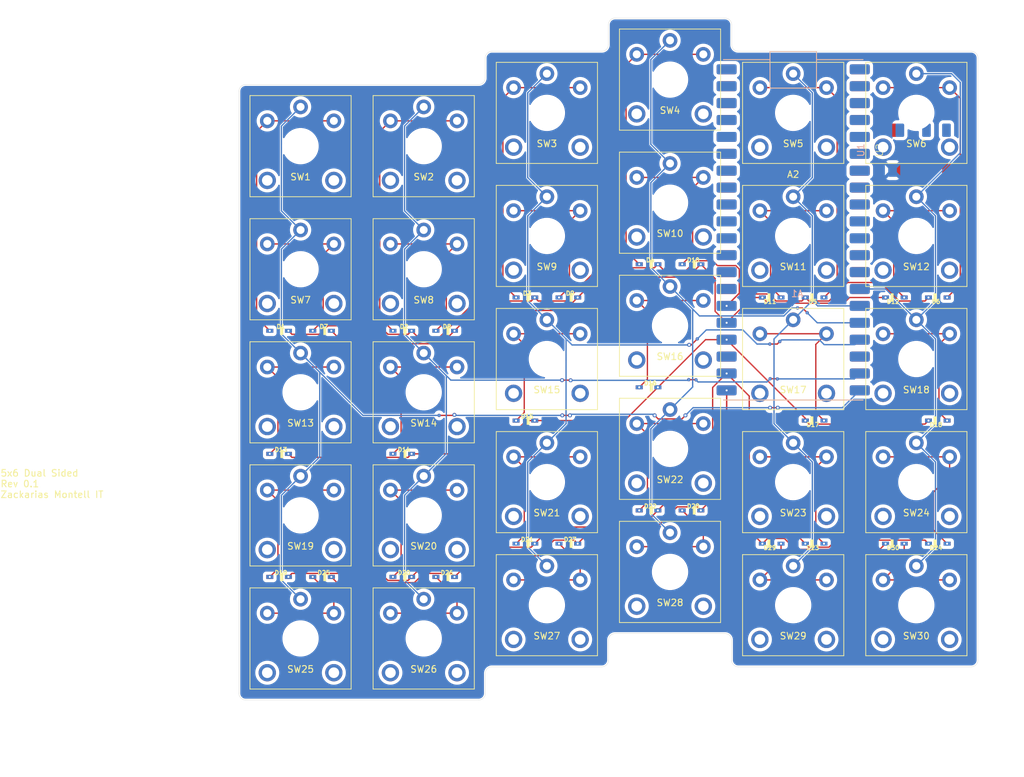
<source format=kicad_pcb>
(kicad_pcb
	(version 20241229)
	(generator "pcbnew")
	(generator_version "9.0")
	(general
		(thickness 1.6)
		(legacy_teardrops no)
	)
	(paper "A4")
	(layers
		(0 "F.Cu" signal)
		(2 "B.Cu" signal)
		(9 "F.Adhes" user "F.Adhesive")
		(11 "B.Adhes" user "B.Adhesive")
		(13 "F.Paste" user)
		(15 "B.Paste" user)
		(5 "F.SilkS" user "F.Silkscreen")
		(7 "B.SilkS" user "B.Silkscreen")
		(1 "F.Mask" user)
		(3 "B.Mask" user)
		(17 "Dwgs.User" user "User.Drawings")
		(19 "Cmts.User" user "User.Comments")
		(21 "Eco1.User" user "User.Eco1")
		(23 "Eco2.User" user "User.Eco2")
		(25 "Edge.Cuts" user)
		(27 "Margin" user)
		(31 "F.CrtYd" user "F.Courtyard")
		(29 "B.CrtYd" user "B.Courtyard")
		(35 "F.Fab" user)
		(33 "B.Fab" user)
		(39 "User.1" user)
		(41 "User.2" user)
		(43 "User.3" user)
		(45 "User.4" user)
	)
	(setup
		(pad_to_mask_clearance 0)
		(allow_soldermask_bridges_in_footprints no)
		(tenting front back)
		(grid_origin 87.5 129.35)
		(pcbplotparams
			(layerselection 0x00000000_00000000_55555555_5755f5ff)
			(plot_on_all_layers_selection 0x00000000_00000000_00000000_00000000)
			(disableapertmacros no)
			(usegerberextensions no)
			(usegerberattributes yes)
			(usegerberadvancedattributes yes)
			(creategerberjobfile yes)
			(dashed_line_dash_ratio 12.000000)
			(dashed_line_gap_ratio 3.000000)
			(svgprecision 4)
			(plotframeref no)
			(mode 1)
			(useauxorigin no)
			(hpglpennumber 1)
			(hpglpenspeed 20)
			(hpglpendiameter 15.000000)
			(pdf_front_fp_property_popups yes)
			(pdf_back_fp_property_popups yes)
			(pdf_metadata yes)
			(pdf_single_document no)
			(dxfpolygonmode yes)
			(dxfimperialunits yes)
			(dxfusepcbnewfont yes)
			(psnegative no)
			(psa4output no)
			(plot_black_and_white yes)
			(sketchpadsonfab no)
			(plotpadnumbers no)
			(hidednponfab no)
			(sketchdnponfab yes)
			(crossoutdnponfab yes)
			(subtractmaskfromsilk no)
			(outputformat 1)
			(mirror no)
			(drillshape 0)
			(scaleselection 1)
			(outputdirectory "gerbers/")
		)
	)
	(net 0 "")
	(net 1 "col3")
	(net 2 "unconnected-(A1-~{3V3_EN}-Pad37)")
	(net 3 "unconnected-(A1-ADC2{slash}GP28-Pad34)")
	(net 4 "row0")
	(net 5 "unconnected-(A1-ADC_VREF-Pad35)")
	(net 6 "unconnected-(A1-VSYS-Pad39)")
	(net 7 "unconnected-(A1-GP22-Pad29)")
	(net 8 "unconnected-(A1-GND-Pad8)")
	(net 9 "unconnected-(A1-GP5-Pad7)")
	(net 10 "row3")
	(net 11 "unconnected-(A1-GND-Pad18)")
	(net 12 "unconnected-(A1-GND-Pad13)")
	(net 13 "row2")
	(net 14 "col1")
	(net 15 "unconnected-(A1-ADC0{slash}GP26-Pad31)")
	(net 16 "row4")
	(net 17 "col5")
	(net 18 "unconnected-(A1-RUN-Pad30)")
	(net 19 "unconnected-(A1-GP9-Pad12)")
	(net 20 "unconnected-(A1-GND-Pad23)")
	(net 21 "unconnected-(A1-GND-Pad28)")
	(net 22 "unconnected-(A1-ADC1{slash}GP27-Pad32)")
	(net 23 "unconnected-(A1-GP8-Pad11)")
	(net 24 "unconnected-(A1-GND-Pad3)")
	(net 25 "col4")
	(net 26 "unconnected-(A1-GND-Pad33)")
	(net 27 "row1")
	(net 28 "col0")
	(net 29 "col2")
	(net 30 "Net-(D1-A)")
	(net 31 "Net-(D2-A)")
	(net 32 "Net-(D3-A)")
	(net 33 "Net-(D4-A)")
	(net 34 "Net-(D5-A)")
	(net 35 "Net-(D6-A)")
	(net 36 "Net-(D7-A)")
	(net 37 "Net-(D8-A)")
	(net 38 "Net-(D9-A)")
	(net 39 "Net-(D10-A)")
	(net 40 "Net-(D11-A)")
	(net 41 "Net-(D12-A)")
	(net 42 "Net-(D13-A)")
	(net 43 "Net-(D14-A)")
	(net 44 "Net-(D15-A)")
	(net 45 "Net-(D16-A)")
	(net 46 "Net-(D17-A)")
	(net 47 "Net-(D18-A)")
	(net 48 "Net-(D19-A)")
	(net 49 "Net-(D20-A)")
	(net 50 "Net-(D21-A)")
	(net 51 "Net-(D22-A)")
	(net 52 "Net-(D23-A)")
	(net 53 "Net-(D24-A)")
	(net 54 "Net-(D25-A)")
	(net 55 "Net-(D26-A)")
	(net 56 "Net-(D27-A)")
	(net 57 "Net-(D28-A)")
	(net 58 "Net-(D29-A)")
	(net 59 "Net-(D30-A)")
	(net 60 "unconnected-(A1-GP3-Pad5)")
	(net 61 "unconnected-(A1-GP21-Pad27)")
	(net 62 "unconnected-(A1-GP7-Pad10)")
	(net 63 "unconnected-(A1-GP6-Pad9)")
	(net 64 "unconnected-(A1-GP2-Pad4)")
	(net 65 "unconnected-(A1-GP4-Pad6)")
	(net 66 "3v31")
	(net 67 "tx1")
	(net 68 "rx1")
	(net 69 "gnd1")
	(net 70 "unconnected-(A2-RUN-Pad30)")
	(net 71 "unconnected-(A2-GND-Pad3)")
	(net 72 "unconnected-(A2-GND-Pad13)")
	(net 73 "unconnected-(A2-GND-Pad28)")
	(net 74 "unconnected-(A2-GP2-Pad4)")
	(net 75 "unconnected-(A2-ADC1{slash}GP27-Pad32)")
	(net 76 "unconnected-(A2-GND-Pad8)")
	(net 77 "unconnected-(A2-ADC2{slash}GP28-Pad34)")
	(net 78 "unconnected-(A2-GP8-Pad11)")
	(net 79 "unconnected-(A2-GP3-Pad5)")
	(net 80 "unconnected-(A2-GP22-Pad29)")
	(net 81 "unconnected-(A2-VBUS-Pad40)")
	(net 82 "unconnected-(A2-GP10-Pad14)")
	(net 83 "unconnected-(A2-GND-Pad33)")
	(net 84 "unconnected-(A2-GND-Pad23)")
	(net 85 "unconnected-(A2-GP4-Pad6)")
	(net 86 "unconnected-(A2-GP6-Pad9)")
	(net 87 "unconnected-(A2-ADC0{slash}GP26-Pad31)")
	(net 88 "unconnected-(A2-~{3V3_EN}-Pad37)")
	(net 89 "unconnected-(A2-GND-Pad18)")
	(net 90 "unconnected-(A2-GP9-Pad12)")
	(net 91 "unconnected-(A2-GP7-Pad10)")
	(net 92 "unconnected-(A2-ADC_VREF-Pad35)")
	(net 93 "unconnected-(A2-3V3(OUT)-Pad36)")
	(net 94 "unconnected-(A2-GP5-Pad7)")
	(net 95 "unconnected-(A1-3V3(OUT)-Pad36)")
	(footprint "footprints:SW_Kailh_Choc_V2_1.00u_double-sided" (layer "F.Cu") (at 87.5 110.85))
	(footprint "footprints:SODFL2512X100N" (layer "F.Cu") (at 139.775 91.6 180))
	(footprint "footprints:SW_Kailh_Choc_V2_1.00u_double-sided" (layer "F.Cu") (at 106 129.35))
	(footprint "footprints:SW_Kailh_Choc_V2_1.00u_double-sided" (layer "F.Cu") (at 180 50.35))
	(footprint "footprints:SODFL2512X100N" (layer "F.Cu") (at 109.225 83.1 180))
	(footprint "footprints:SW_Kailh_Choc_V2_1.00u_double-sided" (layer "F.Cu") (at 124.5 124.35))
	(footprint "footprints:SODFL2512X100N" (layer "F.Cu") (at 158.275 78.1))
	(footprint "footprints:SODFL2512X100N" (layer "F.Cu") (at 127.725 78.1 180))
	(footprint "footprints:SODFL2512X100N" (layer "F.Cu") (at 102.775 120.1 180))
	(footprint "footprints:SODFL2512X100N" (layer "F.Cu") (at 90.725 83.1 180))
	(footprint "footprints:raspberry_pi_pico_SMD" (layer "F.Cu") (at 161.501761 67.930598))
	(footprint "footprints:SODFL2512X100N" (layer "F.Cu") (at 158.275 115.1))
	(footprint "footprints:SW_Kailh_Choc_V2_1.00u_double-sided" (layer "F.Cu") (at 180 124.35))
	(footprint "footprints:SODFL2512X100N" (layer "F.Cu") (at 84.275 120.1 180))
	(footprint "footprints:SODFL2512X100N" (layer "F.Cu") (at 121.275 78.1 180))
	(footprint "footprints:SW_Kailh_Choc_V2_1.00u_double-sided" (layer "F.Cu") (at 161.5 50.35))
	(footprint "footprints:SW_Kailh_Choc_V2_1.00u_double-sided" (layer "F.Cu") (at 180 87.35))
	(footprint "footprints:raspberry_pi_pico_SMD_Reversed" (layer "F.Cu") (at 161.5 67.929189))
	(footprint "footprints:SW_Kailh_Choc_V2_1.00u_double-sided" (layer "F.Cu") (at 161.5 87.35))
	(footprint "footprints:SW_Kailh_Choc_V2_1.00u_double-sided" (layer "F.Cu") (at 143 82.35))
	(footprint "footprints:SW_Kailh_Choc_V2_1.00u_double-sided" (layer "F.Cu") (at 124.5 87.35))
	(footprint "footprints:SW_Kailh_Choc_V2_1.00u_double-sided" (layer "F.Cu") (at 87.5 55.35))
	(footprint "footprints:SW_Kailh_Choc_V2_1.00u_double-sided" (layer "F.Cu") (at 106 110.85))
	(footprint "footprints:SODFL2512X100N" (layer "F.Cu") (at 146.225 73.1 180))
	(footprint "footprints:SODFL2512X100N" (layer "F.Cu") (at 146.225 110.1 180))
	(footprint "footprints:SW_Kailh_Choc_V2_1.00u_double-sided" (layer "F.Cu") (at 180 68.85))
	(footprint "footprints:SODFL2512X100N" (layer "F.Cu") (at 139.775 110.1 180))
	(footprint "footprints:SW_Kailh_Choc_V2_1.00u_double-sided" (layer "F.Cu") (at 106 92.35))
	(footprint "footprints:SODFL2512X100N" (layer "F.Cu") (at 102.775 83.1 180))
	(footprint "footprints:SODFL2512X100N" (layer "F.Cu") (at 164.725 115.1))
	(footprint "footprints:SODFL2512X100N" (layer "F.Cu") (at 90.725 120.1 180))
	(footprint "footprints:SODFL2512X100N" (layer "F.Cu") (at 183.225 78.1))
	(footprint "footprints:SODFL2512X100N" (layer "F.Cu") (at 121.275 96.6 180))
	(footprint "footprints:SW_Kailh_Choc_V2_1.00u_double-sided" (layer "F.Cu") (at 124.5 68.85))
	(footprint "footprints:SODFL2512X100N" (layer "F.Cu") (at 84.275 83.1 180))
	(footprint "footprints:SW_Kailh_Choc_V2_1.00u_double-sided"
		(layer "F.Cu")
		(uuid "a61ff92e-4529-4984-be3d-a6fdbce2a46f
... [710829 chars truncated]
</source>
